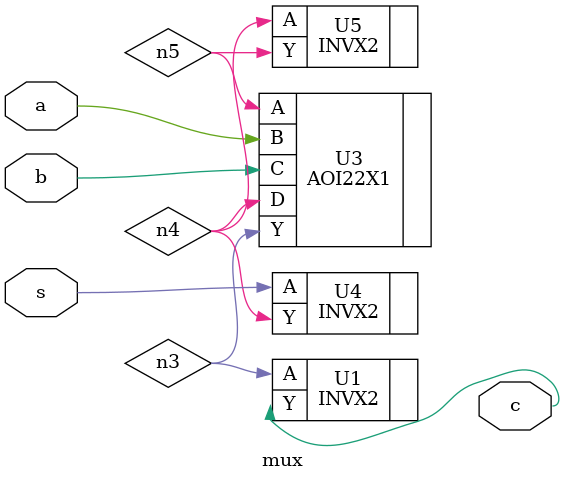
<source format=v>

module mux ( c, a, b, s );
  input a, b, s;
  output c;
  wire   n3, n4, n5;

  INVX2 U1 ( .A(n3), .Y(c) );
  AOI22X1 U3 ( .A(n5), .B(a), .C(b), .D(n4), .Y(n3) );
  INVX2 U4 ( .A(s), .Y(n4) );
  INVX2 U5 ( .A(n4), .Y(n5) );
endmodule


</source>
